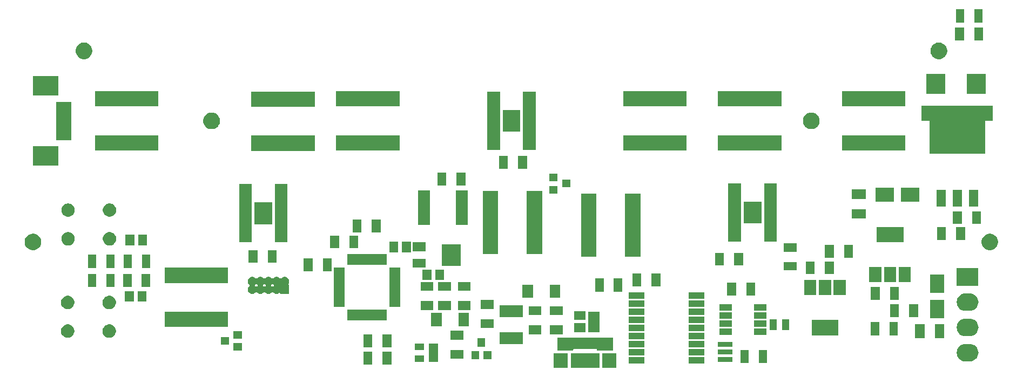
<source format=gbs>
G04 #@! TF.GenerationSoftware,KiCad,Pcbnew,(5.0.2)-1*
G04 #@! TF.CreationDate,2019-04-28T17:40:44-04:00*
G04 #@! TF.ProjectId,FSAE Main Panel,46534145-204d-4616-996e-2050616e656c,rev?*
G04 #@! TF.SameCoordinates,Original*
G04 #@! TF.FileFunction,Soldermask,Bot*
G04 #@! TF.FilePolarity,Negative*
%FSLAX46Y46*%
G04 Gerber Fmt 4.6, Leading zero omitted, Abs format (unit mm)*
G04 Created by KiCad (PCBNEW (5.0.2)-1) date 4/28/2019 5:40:44 PM*
%MOMM*%
%LPD*%
G01*
G04 APERTURE LIST*
%ADD10C,0.100000*%
G04 APERTURE END LIST*
D10*
G36*
X178950000Y-87750000D02*
X176750000Y-87750000D01*
X176750000Y-85450000D01*
X178950000Y-85450000D01*
X178950000Y-87750000D01*
X178950000Y-87750000D01*
G37*
G36*
X176300000Y-87750000D02*
X171800000Y-87750000D01*
X171800000Y-85450000D01*
X176300000Y-85450000D01*
X176300000Y-87750000D01*
X176300000Y-87750000D01*
G37*
G36*
X171350000Y-87750000D02*
X169150000Y-87750000D01*
X169150000Y-85450000D01*
X171350000Y-85450000D01*
X171350000Y-87750000D01*
X171350000Y-87750000D01*
G37*
G36*
X140700000Y-87250000D02*
X139300000Y-87250000D01*
X139300000Y-85250000D01*
X140700000Y-85250000D01*
X140700000Y-87250000D01*
X140700000Y-87250000D01*
G37*
G36*
X143700000Y-87250000D02*
X142300000Y-87250000D01*
X142300000Y-85250000D01*
X143700000Y-85250000D01*
X143700000Y-87250000D01*
X143700000Y-87250000D01*
G37*
G36*
X183300000Y-87098511D02*
X180900000Y-87098511D01*
X180900000Y-86098511D01*
X183300000Y-86098511D01*
X183300000Y-87098511D01*
X183300000Y-87098511D01*
G37*
G36*
X192700000Y-87098511D02*
X190300000Y-87098511D01*
X190300000Y-86098511D01*
X192700000Y-86098511D01*
X192700000Y-87098511D01*
X192700000Y-87098511D01*
G37*
G36*
X202600000Y-87050000D02*
X201300000Y-87050000D01*
X201300000Y-84950000D01*
X202600000Y-84950000D01*
X202600000Y-87050000D01*
X202600000Y-87050000D01*
G37*
G36*
X199700000Y-87050000D02*
X198400000Y-87050000D01*
X198400000Y-84950000D01*
X199700000Y-84950000D01*
X199700000Y-87050000D01*
X199700000Y-87050000D01*
G37*
G36*
X148830000Y-86875000D02*
X147370000Y-86875000D01*
X147370000Y-85825000D01*
X148830000Y-85825000D01*
X148830000Y-86875000D01*
X148830000Y-86875000D01*
G37*
G36*
X151030000Y-86875000D02*
X149570000Y-86875000D01*
X149570000Y-83925000D01*
X151030000Y-83925000D01*
X151030000Y-86875000D01*
X151030000Y-86875000D01*
G37*
G36*
X197176517Y-86867399D02*
X194876517Y-86867399D01*
X194876517Y-86067399D01*
X197176517Y-86067399D01*
X197176517Y-86867399D01*
X197176517Y-86867399D01*
G37*
G36*
X234594547Y-84024895D02*
X234853736Y-84103519D01*
X235092605Y-84231198D01*
X235301976Y-84403024D01*
X235473802Y-84612395D01*
X235601481Y-84851264D01*
X235680105Y-85110453D01*
X235706653Y-85380000D01*
X235680105Y-85649547D01*
X235601481Y-85908736D01*
X235473802Y-86147605D01*
X235301976Y-86356976D01*
X235092605Y-86528802D01*
X234853736Y-86656481D01*
X234594547Y-86735105D01*
X234392549Y-86755000D01*
X233607451Y-86755000D01*
X233405453Y-86735105D01*
X233146264Y-86656481D01*
X232907395Y-86528802D01*
X232698024Y-86356976D01*
X232526198Y-86147605D01*
X232398519Y-85908736D01*
X232319895Y-85649547D01*
X232293347Y-85380000D01*
X232319895Y-85110453D01*
X232398519Y-84851264D01*
X232526198Y-84612395D01*
X232698024Y-84403024D01*
X232907395Y-84231198D01*
X233146264Y-84103519D01*
X233405453Y-84024895D01*
X233607451Y-84005000D01*
X234392549Y-84005000D01*
X234594547Y-84024895D01*
X234594547Y-84024895D01*
G37*
G36*
X159350000Y-86450000D02*
X158150000Y-86450000D01*
X158150000Y-85150000D01*
X159350000Y-85150000D01*
X159350000Y-86450000D01*
X159350000Y-86450000D01*
G37*
G36*
X157450000Y-86450000D02*
X156250000Y-86450000D01*
X156250000Y-85150000D01*
X157450000Y-85150000D01*
X157450000Y-86450000D01*
X157450000Y-86450000D01*
G37*
G36*
X154950000Y-86350000D02*
X152950000Y-86350000D01*
X152950000Y-84950000D01*
X154950000Y-84950000D01*
X154950000Y-86350000D01*
X154950000Y-86350000D01*
G37*
G36*
X192700000Y-85828511D02*
X190300000Y-85828511D01*
X190300000Y-84828511D01*
X192700000Y-84828511D01*
X192700000Y-85828511D01*
X192700000Y-85828511D01*
G37*
G36*
X183300000Y-85828511D02*
X180900000Y-85828511D01*
X180900000Y-84828511D01*
X183300000Y-84828511D01*
X183300000Y-85828511D01*
X183300000Y-85828511D01*
G37*
G36*
X197176517Y-85667399D02*
X194876517Y-85667399D01*
X194876517Y-84867399D01*
X197176517Y-84867399D01*
X197176517Y-85667399D01*
X197176517Y-85667399D01*
G37*
G36*
X120250000Y-85100000D02*
X118950000Y-85100000D01*
X118950000Y-83900000D01*
X120250000Y-83900000D01*
X120250000Y-85100000D01*
X120250000Y-85100000D01*
G37*
G36*
X178400000Y-85050000D02*
X175900000Y-85050000D01*
X175900000Y-84925000D01*
X175897598Y-84900614D01*
X175890485Y-84877165D01*
X175878934Y-84855554D01*
X175863388Y-84836612D01*
X175844446Y-84821066D01*
X175822835Y-84809515D01*
X175799386Y-84802402D01*
X175775000Y-84800000D01*
X172325000Y-84800000D01*
X172300614Y-84802402D01*
X172277165Y-84809515D01*
X172255554Y-84821066D01*
X172236612Y-84836612D01*
X172221066Y-84855554D01*
X172209515Y-84877165D01*
X172202402Y-84900614D01*
X172200000Y-84925000D01*
X172200000Y-85050000D01*
X169700000Y-85050000D01*
X169700000Y-83050000D01*
X178400000Y-83050000D01*
X178400000Y-85050000D01*
X178400000Y-85050000D01*
G37*
G36*
X148830000Y-84975000D02*
X147370000Y-84975000D01*
X147370000Y-83925000D01*
X148830000Y-83925000D01*
X148830000Y-84975000D01*
X148830000Y-84975000D01*
G37*
G36*
X183300000Y-84558511D02*
X180900000Y-84558511D01*
X180900000Y-83558511D01*
X183300000Y-83558511D01*
X183300000Y-84558511D01*
X183300000Y-84558511D01*
G37*
G36*
X192700000Y-84558511D02*
X190300000Y-84558511D01*
X190300000Y-83558511D01*
X192700000Y-83558511D01*
X192700000Y-84558511D01*
X192700000Y-84558511D01*
G37*
G36*
X140700000Y-84550000D02*
X139300000Y-84550000D01*
X139300000Y-82550000D01*
X140700000Y-82550000D01*
X140700000Y-84550000D01*
X140700000Y-84550000D01*
G37*
G36*
X143700000Y-84550000D02*
X142300000Y-84550000D01*
X142300000Y-82550000D01*
X143700000Y-82550000D01*
X143700000Y-84550000D01*
X143700000Y-84550000D01*
G37*
G36*
X197176517Y-84467399D02*
X194876517Y-84467399D01*
X194876517Y-83667399D01*
X197176517Y-83667399D01*
X197176517Y-84467399D01*
X197176517Y-84467399D01*
G37*
G36*
X158400000Y-84450000D02*
X157200000Y-84450000D01*
X157200000Y-83150000D01*
X158400000Y-83150000D01*
X158400000Y-84450000D01*
X158400000Y-84450000D01*
G37*
G36*
X118250000Y-84150000D02*
X116950000Y-84150000D01*
X116950000Y-82950000D01*
X118250000Y-82950000D01*
X118250000Y-84150000D01*
X118250000Y-84150000D01*
G37*
G36*
X164250000Y-84050000D02*
X160650000Y-84050000D01*
X160650000Y-82150000D01*
X164250000Y-82150000D01*
X164250000Y-84050000D01*
X164250000Y-84050000D01*
G37*
G36*
X154950000Y-83350000D02*
X152950000Y-83350000D01*
X152950000Y-81950000D01*
X154950000Y-81950000D01*
X154950000Y-83350000D01*
X154950000Y-83350000D01*
G37*
G36*
X192700000Y-83288511D02*
X190300000Y-83288511D01*
X190300000Y-82288511D01*
X192700000Y-82288511D01*
X192700000Y-83288511D01*
X192700000Y-83288511D01*
G37*
G36*
X183300000Y-83288511D02*
X180900000Y-83288511D01*
X180900000Y-82288511D01*
X183300000Y-82288511D01*
X183300000Y-83288511D01*
X183300000Y-83288511D01*
G37*
G36*
X120250000Y-83200000D02*
X118950000Y-83200000D01*
X118950000Y-82000000D01*
X120250000Y-82000000D01*
X120250000Y-83200000D01*
X120250000Y-83200000D01*
G37*
G36*
X227250000Y-83100000D02*
X225750000Y-83100000D01*
X225750000Y-80900000D01*
X227250000Y-80900000D01*
X227250000Y-83100000D01*
X227250000Y-83100000D01*
G37*
G36*
X230350000Y-83100000D02*
X228850000Y-83100000D01*
X228850000Y-80900000D01*
X230350000Y-80900000D01*
X230350000Y-83100000D01*
X230350000Y-83100000D01*
G37*
G36*
X93075888Y-80954470D02*
X93256274Y-80990350D01*
X93447362Y-81069502D01*
X93619336Y-81184411D01*
X93765589Y-81330664D01*
X93880498Y-81502638D01*
X93959650Y-81693726D01*
X94000000Y-81896584D01*
X94000000Y-82103416D01*
X93959650Y-82306274D01*
X93880498Y-82497362D01*
X93765589Y-82669336D01*
X93619336Y-82815589D01*
X93447362Y-82930498D01*
X93256274Y-83009650D01*
X93075888Y-83045530D01*
X93053417Y-83050000D01*
X92846583Y-83050000D01*
X92824112Y-83045530D01*
X92643726Y-83009650D01*
X92452638Y-82930498D01*
X92280664Y-82815589D01*
X92134411Y-82669336D01*
X92019502Y-82497362D01*
X91940350Y-82306274D01*
X91900000Y-82103416D01*
X91900000Y-81896584D01*
X91940350Y-81693726D01*
X92019502Y-81502638D01*
X92134411Y-81330664D01*
X92280664Y-81184411D01*
X92452638Y-81069502D01*
X92643726Y-80990350D01*
X92824112Y-80954470D01*
X92846583Y-80950000D01*
X93053417Y-80950000D01*
X93075888Y-80954470D01*
X93075888Y-80954470D01*
G37*
G36*
X99575888Y-80954470D02*
X99756274Y-80990350D01*
X99947362Y-81069502D01*
X100119336Y-81184411D01*
X100265589Y-81330664D01*
X100380498Y-81502638D01*
X100459650Y-81693726D01*
X100500000Y-81896584D01*
X100500000Y-82103416D01*
X100459650Y-82306274D01*
X100380498Y-82497362D01*
X100265589Y-82669336D01*
X100119336Y-82815589D01*
X99947362Y-82930498D01*
X99756274Y-83009650D01*
X99575888Y-83045530D01*
X99553417Y-83050000D01*
X99346583Y-83050000D01*
X99324112Y-83045530D01*
X99143726Y-83009650D01*
X98952638Y-82930498D01*
X98780664Y-82815589D01*
X98634411Y-82669336D01*
X98519502Y-82497362D01*
X98440350Y-82306274D01*
X98400000Y-82103416D01*
X98400000Y-81896584D01*
X98440350Y-81693726D01*
X98519502Y-81502638D01*
X98634411Y-81330664D01*
X98780664Y-81184411D01*
X98952638Y-81069502D01*
X99143726Y-80990350D01*
X99324112Y-80954470D01*
X99346583Y-80950000D01*
X99553417Y-80950000D01*
X99575888Y-80954470D01*
X99575888Y-80954470D01*
G37*
G36*
X234594547Y-80064895D02*
X234853736Y-80143519D01*
X235092605Y-80271198D01*
X235301976Y-80443024D01*
X235473802Y-80652395D01*
X235601481Y-80891264D01*
X235680105Y-81150453D01*
X235706653Y-81420000D01*
X235680105Y-81689547D01*
X235601481Y-81948736D01*
X235473802Y-82187605D01*
X235301976Y-82396976D01*
X235092605Y-82568802D01*
X234853736Y-82696481D01*
X234594547Y-82775105D01*
X234392549Y-82795000D01*
X233607451Y-82795000D01*
X233405453Y-82775105D01*
X233146264Y-82696481D01*
X232907395Y-82568802D01*
X232698024Y-82396976D01*
X232526198Y-82187605D01*
X232398519Y-81948736D01*
X232319895Y-81689547D01*
X232293347Y-81420000D01*
X232319895Y-81150453D01*
X232398519Y-80891264D01*
X232526198Y-80652395D01*
X232698024Y-80443024D01*
X232907395Y-80271198D01*
X233146264Y-80143519D01*
X233405453Y-80064895D01*
X233607451Y-80045000D01*
X234392549Y-80045000D01*
X234594547Y-80064895D01*
X234594547Y-80064895D01*
G37*
G36*
X220150000Y-82650000D02*
X218850000Y-82650000D01*
X218850000Y-80550000D01*
X220150000Y-80550000D01*
X220150000Y-82650000D01*
X220150000Y-82650000D01*
G37*
G36*
X223050000Y-82650000D02*
X221750000Y-82650000D01*
X221750000Y-80550000D01*
X223050000Y-80550000D01*
X223050000Y-82650000D01*
X223050000Y-82650000D01*
G37*
G36*
X213750000Y-82650000D02*
X209550000Y-82650000D01*
X209550000Y-80250000D01*
X213750000Y-80250000D01*
X213750000Y-82650000D01*
X213750000Y-82650000D01*
G37*
G36*
X202475000Y-82605000D02*
X200525000Y-82605000D01*
X200525000Y-81605000D01*
X202475000Y-81605000D01*
X202475000Y-82605000D01*
X202475000Y-82605000D01*
G37*
G36*
X197075000Y-82605000D02*
X195125000Y-82605000D01*
X195125000Y-81605000D01*
X197075000Y-81605000D01*
X197075000Y-82605000D01*
X197075000Y-82605000D01*
G37*
G36*
X167200000Y-82500000D02*
X165200000Y-82500000D01*
X165200000Y-81100000D01*
X167200000Y-81100000D01*
X167200000Y-82500000D01*
X167200000Y-82500000D01*
G37*
G36*
X170550000Y-82500000D02*
X168550000Y-82500000D01*
X168550000Y-81100000D01*
X170550000Y-81100000D01*
X170550000Y-82500000D01*
X170550000Y-82500000D01*
G37*
G36*
X176350000Y-82150000D02*
X174550000Y-82150000D01*
X174550000Y-78930000D01*
X176350000Y-78930000D01*
X176350000Y-82150000D01*
X176350000Y-82150000D01*
G37*
G36*
X174150000Y-82150000D02*
X172350000Y-82150000D01*
X172350000Y-80750000D01*
X174150000Y-80750000D01*
X174150000Y-82150000D01*
X174150000Y-82150000D01*
G37*
G36*
X192700000Y-82018511D02*
X190300000Y-82018511D01*
X190300000Y-81018511D01*
X192700000Y-81018511D01*
X192700000Y-82018511D01*
X192700000Y-82018511D01*
G37*
G36*
X183300000Y-82018511D02*
X180900000Y-82018511D01*
X180900000Y-81018511D01*
X183300000Y-81018511D01*
X183300000Y-82018511D01*
X183300000Y-82018511D01*
G37*
G36*
X206000000Y-81850000D02*
X204900000Y-81850000D01*
X204900000Y-80150000D01*
X206000000Y-80150000D01*
X206000000Y-81850000D01*
X206000000Y-81850000D01*
G37*
G36*
X204100000Y-81850000D02*
X203000000Y-81850000D01*
X203000000Y-80150000D01*
X204100000Y-80150000D01*
X204100000Y-81850000D01*
X204100000Y-81850000D01*
G37*
G36*
X159675000Y-81525000D02*
X157675000Y-81525000D01*
X157675000Y-80125000D01*
X159675000Y-80125000D01*
X159675000Y-81525000D01*
X159675000Y-81525000D01*
G37*
G36*
X118065000Y-81350000D02*
X108135000Y-81350000D01*
X108135000Y-78950000D01*
X118065000Y-78950000D01*
X118065000Y-81350000D01*
X118065000Y-81350000D01*
G37*
G36*
X197075000Y-81335000D02*
X195125000Y-81335000D01*
X195125000Y-80335000D01*
X197075000Y-80335000D01*
X197075000Y-81335000D01*
X197075000Y-81335000D01*
G37*
G36*
X202475000Y-81335000D02*
X200525000Y-81335000D01*
X200525000Y-80335000D01*
X202475000Y-80335000D01*
X202475000Y-81335000D01*
X202475000Y-81335000D01*
G37*
G36*
X155830000Y-81225000D02*
X154180000Y-81225000D01*
X154180000Y-79125000D01*
X155830000Y-79125000D01*
X155830000Y-81225000D01*
X155830000Y-81225000D01*
G37*
G36*
X151570000Y-81225000D02*
X149920000Y-81225000D01*
X149920000Y-79125000D01*
X151570000Y-79125000D01*
X151570000Y-81225000D01*
X151570000Y-81225000D01*
G37*
G36*
X192700000Y-80748511D02*
X190300000Y-80748511D01*
X190300000Y-79748511D01*
X192700000Y-79748511D01*
X192700000Y-80748511D01*
X192700000Y-80748511D01*
G37*
G36*
X183300000Y-80748511D02*
X180900000Y-80748511D01*
X180900000Y-79748511D01*
X183300000Y-79748511D01*
X183300000Y-80748511D01*
X183300000Y-80748511D01*
G37*
G36*
X142925000Y-80300000D02*
X136775000Y-80300000D01*
X136775000Y-78600000D01*
X142925000Y-78600000D01*
X142925000Y-80300000D01*
X142925000Y-80300000D01*
G37*
G36*
X174150000Y-80250000D02*
X172350000Y-80250000D01*
X172350000Y-78850000D01*
X174150000Y-78850000D01*
X174150000Y-80250000D01*
X174150000Y-80250000D01*
G37*
G36*
X202475000Y-80065000D02*
X200525000Y-80065000D01*
X200525000Y-79065000D01*
X202475000Y-79065000D01*
X202475000Y-80065000D01*
X202475000Y-80065000D01*
G37*
G36*
X197075000Y-80065000D02*
X195125000Y-80065000D01*
X195125000Y-79065000D01*
X197075000Y-79065000D01*
X197075000Y-80065000D01*
X197075000Y-80065000D01*
G37*
G36*
X230350000Y-80000000D02*
X228150000Y-80000000D01*
X228150000Y-77100000D01*
X230350000Y-77100000D01*
X230350000Y-80000000D01*
X230350000Y-80000000D01*
G37*
G36*
X164250000Y-79850000D02*
X160650000Y-79850000D01*
X160650000Y-77950000D01*
X164250000Y-77950000D01*
X164250000Y-79850000D01*
X164250000Y-79850000D01*
G37*
G36*
X223250000Y-79800000D02*
X221850000Y-79800000D01*
X221850000Y-77800000D01*
X223250000Y-77800000D01*
X223250000Y-79800000D01*
X223250000Y-79800000D01*
G37*
G36*
X226250000Y-79800000D02*
X224850000Y-79800000D01*
X224850000Y-77800000D01*
X226250000Y-77800000D01*
X226250000Y-79800000D01*
X226250000Y-79800000D01*
G37*
G36*
X167200000Y-79500000D02*
X165200000Y-79500000D01*
X165200000Y-78100000D01*
X167200000Y-78100000D01*
X167200000Y-79500000D01*
X167200000Y-79500000D01*
G37*
G36*
X170550000Y-79500000D02*
X168550000Y-79500000D01*
X168550000Y-78100000D01*
X170550000Y-78100000D01*
X170550000Y-79500000D01*
X170550000Y-79500000D01*
G37*
G36*
X192700000Y-79478511D02*
X190300000Y-79478511D01*
X190300000Y-78478511D01*
X192700000Y-78478511D01*
X192700000Y-79478511D01*
X192700000Y-79478511D01*
G37*
G36*
X183300000Y-79478511D02*
X180900000Y-79478511D01*
X180900000Y-78478511D01*
X183300000Y-78478511D01*
X183300000Y-79478511D01*
X183300000Y-79478511D01*
G37*
G36*
X234594547Y-76104895D02*
X234853736Y-76183519D01*
X235092605Y-76311198D01*
X235301976Y-76483024D01*
X235473802Y-76692395D01*
X235601481Y-76931264D01*
X235680105Y-77190453D01*
X235706653Y-77460000D01*
X235680105Y-77729547D01*
X235601481Y-77988736D01*
X235473802Y-78227605D01*
X235301976Y-78436976D01*
X235092605Y-78608802D01*
X234853736Y-78736481D01*
X234594547Y-78815105D01*
X234392549Y-78835000D01*
X233607451Y-78835000D01*
X233405453Y-78815105D01*
X233146264Y-78736481D01*
X232907395Y-78608802D01*
X232698024Y-78436976D01*
X232526198Y-78227605D01*
X232398519Y-77988736D01*
X232319895Y-77729547D01*
X232293347Y-77460000D01*
X232319895Y-77190453D01*
X232398519Y-76931264D01*
X232526198Y-76692395D01*
X232698024Y-76483024D01*
X232907395Y-76311198D01*
X233146264Y-76183519D01*
X233405453Y-76104895D01*
X233607451Y-76085000D01*
X234392549Y-76085000D01*
X234594547Y-76104895D01*
X234594547Y-76104895D01*
G37*
G36*
X197075000Y-78795000D02*
X195125000Y-78795000D01*
X195125000Y-77795000D01*
X197075000Y-77795000D01*
X197075000Y-78795000D01*
X197075000Y-78795000D01*
G37*
G36*
X202475000Y-78795000D02*
X200525000Y-78795000D01*
X200525000Y-77795000D01*
X202475000Y-77795000D01*
X202475000Y-78795000D01*
X202475000Y-78795000D01*
G37*
G36*
X156100000Y-78700000D02*
X154100000Y-78700000D01*
X154100000Y-77300000D01*
X156100000Y-77300000D01*
X156100000Y-78700000D01*
X156100000Y-78700000D01*
G37*
G36*
X153000000Y-78675000D02*
X151000000Y-78675000D01*
X151000000Y-77275000D01*
X153000000Y-77275000D01*
X153000000Y-78675000D01*
X153000000Y-78675000D01*
G37*
G36*
X150250000Y-78675000D02*
X148250000Y-78675000D01*
X148250000Y-77275000D01*
X150250000Y-77275000D01*
X150250000Y-78675000D01*
X150250000Y-78675000D01*
G37*
G36*
X93075888Y-76454470D02*
X93256274Y-76490350D01*
X93447362Y-76569502D01*
X93619336Y-76684411D01*
X93765589Y-76830664D01*
X93880498Y-77002638D01*
X93959650Y-77193726D01*
X94000000Y-77396584D01*
X94000000Y-77603416D01*
X93959650Y-77806274D01*
X93880498Y-77997362D01*
X93765589Y-78169336D01*
X93619336Y-78315589D01*
X93447362Y-78430498D01*
X93256274Y-78509650D01*
X93075888Y-78545530D01*
X93053417Y-78550000D01*
X92846583Y-78550000D01*
X92824112Y-78545530D01*
X92643726Y-78509650D01*
X92452638Y-78430498D01*
X92280664Y-78315589D01*
X92134411Y-78169336D01*
X92019502Y-77997362D01*
X91940350Y-77806274D01*
X91900000Y-77603416D01*
X91900000Y-77396584D01*
X91940350Y-77193726D01*
X92019502Y-77002638D01*
X92134411Y-76830664D01*
X92280664Y-76684411D01*
X92452638Y-76569502D01*
X92643726Y-76490350D01*
X92824112Y-76454470D01*
X92846583Y-76450000D01*
X93053417Y-76450000D01*
X93075888Y-76454470D01*
X93075888Y-76454470D01*
G37*
G36*
X99575888Y-76454470D02*
X99756274Y-76490350D01*
X99947362Y-76569502D01*
X100119336Y-76684411D01*
X100265589Y-76830664D01*
X100380498Y-77002638D01*
X100459650Y-77193726D01*
X100500000Y-77396584D01*
X100500000Y-77603416D01*
X100459650Y-77806274D01*
X100380498Y-77997362D01*
X100265589Y-78169336D01*
X100119336Y-78315589D01*
X99947362Y-78430498D01*
X99756274Y-78509650D01*
X99575888Y-78545530D01*
X99553417Y-78550000D01*
X99346583Y-78550000D01*
X99324112Y-78545530D01*
X99143726Y-78509650D01*
X98952638Y-78430498D01*
X98780664Y-78315589D01*
X98634411Y-78169336D01*
X98519502Y-77997362D01*
X98440350Y-77806274D01*
X98400000Y-77603416D01*
X98400000Y-77396584D01*
X98440350Y-77193726D01*
X98519502Y-77002638D01*
X98634411Y-76830664D01*
X98780664Y-76684411D01*
X98952638Y-76569502D01*
X99143726Y-76490350D01*
X99324112Y-76454470D01*
X99346583Y-76450000D01*
X99553417Y-76450000D01*
X99575888Y-76454470D01*
X99575888Y-76454470D01*
G37*
G36*
X159675000Y-78525000D02*
X157675000Y-78525000D01*
X157675000Y-77125000D01*
X159675000Y-77125000D01*
X159675000Y-78525000D01*
X159675000Y-78525000D01*
G37*
G36*
X183300000Y-78208511D02*
X180900000Y-78208511D01*
X180900000Y-77208511D01*
X183300000Y-77208511D01*
X183300000Y-78208511D01*
X183300000Y-78208511D01*
G37*
G36*
X192700000Y-78208511D02*
X190300000Y-78208511D01*
X190300000Y-77208511D01*
X192700000Y-77208511D01*
X192700000Y-78208511D01*
X192700000Y-78208511D01*
G37*
G36*
X136350000Y-78175000D02*
X134650000Y-78175000D01*
X134650000Y-72025000D01*
X136350000Y-72025000D01*
X136350000Y-78175000D01*
X136350000Y-78175000D01*
G37*
G36*
X145050000Y-78175000D02*
X143350000Y-78175000D01*
X143350000Y-72025000D01*
X145050000Y-72025000D01*
X145050000Y-78175000D01*
X145050000Y-78175000D01*
G37*
G36*
X105300000Y-77375000D02*
X103900000Y-77375000D01*
X103900000Y-75725000D01*
X105300000Y-75725000D01*
X105300000Y-77375000D01*
X105300000Y-77375000D01*
G37*
G36*
X103300000Y-77375000D02*
X101900000Y-77375000D01*
X101900000Y-75725000D01*
X103300000Y-75725000D01*
X103300000Y-77375000D01*
X103300000Y-77375000D01*
G37*
G36*
X223250000Y-77100000D02*
X221850000Y-77100000D01*
X221850000Y-75100000D01*
X223250000Y-75100000D01*
X223250000Y-77100000D01*
X223250000Y-77100000D01*
G37*
G36*
X220250000Y-77100000D02*
X218850000Y-77100000D01*
X218850000Y-75100000D01*
X220250000Y-75100000D01*
X220250000Y-77100000D01*
X220250000Y-77100000D01*
G37*
G36*
X183300000Y-76938511D02*
X180900000Y-76938511D01*
X180900000Y-75938511D01*
X183300000Y-75938511D01*
X183300000Y-76938511D01*
X183300000Y-76938511D01*
G37*
G36*
X192700000Y-76938511D02*
X190300000Y-76938511D01*
X190300000Y-75938511D01*
X192700000Y-75938511D01*
X192700000Y-76938511D01*
X192700000Y-76938511D01*
G37*
G36*
X170155000Y-76800000D02*
X168505000Y-76800000D01*
X168505000Y-74700000D01*
X170155000Y-74700000D01*
X170155000Y-76800000D01*
X170155000Y-76800000D01*
G37*
G36*
X165895000Y-76800000D02*
X164245000Y-76800000D01*
X164245000Y-74700000D01*
X165895000Y-74700000D01*
X165895000Y-76800000D01*
X165895000Y-76800000D01*
G37*
G36*
X197700000Y-76400000D02*
X196300000Y-76400000D01*
X196300000Y-74400000D01*
X197700000Y-74400000D01*
X197700000Y-76400000D01*
X197700000Y-76400000D01*
G37*
G36*
X200700000Y-76400000D02*
X199300000Y-76400000D01*
X199300000Y-74400000D01*
X200700000Y-74400000D01*
X200700000Y-76400000D01*
X200700000Y-76400000D01*
G37*
G36*
X214900000Y-76350000D02*
X213000000Y-76350000D01*
X213000000Y-73950000D01*
X214900000Y-73950000D01*
X214900000Y-76350000D01*
X214900000Y-76350000D01*
G37*
G36*
X212600000Y-76350000D02*
X210700000Y-76350000D01*
X210700000Y-73950000D01*
X212600000Y-73950000D01*
X212600000Y-76350000D01*
X212600000Y-76350000D01*
G37*
G36*
X210300000Y-76350000D02*
X208400000Y-76350000D01*
X208400000Y-73950000D01*
X210300000Y-73950000D01*
X210300000Y-76350000D01*
X210300000Y-76350000D01*
G37*
G36*
X122007224Y-73490128D02*
X122139175Y-73530155D01*
X122260781Y-73595155D01*
X122367370Y-73682630D01*
X122408380Y-73732601D01*
X122425701Y-73749922D01*
X122446076Y-73763536D01*
X122468715Y-73772914D01*
X122492748Y-73777694D01*
X122517252Y-73777694D01*
X122541286Y-73772913D01*
X122563925Y-73763536D01*
X122584299Y-73749922D01*
X122601620Y-73732601D01*
X122642630Y-73682630D01*
X122749219Y-73595155D01*
X122870825Y-73530155D01*
X123002776Y-73490128D01*
X123105610Y-73480000D01*
X123174390Y-73480000D01*
X123277224Y-73490128D01*
X123409175Y-73530155D01*
X123530781Y-73595155D01*
X123637370Y-73682630D01*
X123678380Y-73732601D01*
X123695701Y-73749922D01*
X123716076Y-73763536D01*
X123738715Y-73772914D01*
X123762748Y-73777694D01*
X123787252Y-73777694D01*
X123811286Y-73772913D01*
X123833925Y-73763536D01*
X123854299Y-73749922D01*
X123871620Y-73732601D01*
X123912630Y-73682630D01*
X124019219Y-73595155D01*
X124140825Y-73530155D01*
X124272776Y-73490128D01*
X124375610Y-73480000D01*
X124444390Y-73480000D01*
X124547224Y-73490128D01*
X124679175Y-73530155D01*
X124800781Y-73595155D01*
X124907370Y-73682630D01*
X124948380Y-73732601D01*
X124965701Y-73749922D01*
X124986076Y-73763536D01*
X125008715Y-73772914D01*
X125032748Y-73777694D01*
X125057252Y-73777694D01*
X125081286Y-73772913D01*
X125103925Y-73763536D01*
X125124299Y-73749922D01*
X125141620Y-73732601D01*
X125182630Y-73682630D01*
X125289219Y-73595155D01*
X125410825Y-73530155D01*
X125542776Y-73490128D01*
X125645610Y-73480000D01*
X125714390Y-73480000D01*
X125817224Y-73490128D01*
X125949175Y-73530155D01*
X126070781Y-73595155D01*
X126177370Y-73682630D01*
X126218380Y-73732601D01*
X126235701Y-73749922D01*
X126256076Y-73763536D01*
X126278715Y-73772914D01*
X126302748Y-73777694D01*
X126327252Y-73777694D01*
X126351286Y-73772913D01*
X126373925Y-73763536D01*
X126394299Y-73749922D01*
X126411620Y-73732601D01*
X126452630Y-73682630D01*
X126559219Y-73595155D01*
X126680825Y-73530155D01*
X126812776Y-73490128D01*
X126915610Y-73480000D01*
X126984390Y-73480000D01*
X127087224Y-73490128D01*
X127219175Y-73530155D01*
X127340781Y-73595155D01*
X127447370Y-73682630D01*
X127534845Y-73789219D01*
X127599845Y-73910825D01*
X127639872Y-74042776D01*
X127653387Y-74180000D01*
X127639872Y-74317224D01*
X127599845Y-74449175D01*
X127551491Y-74539639D01*
X127537360Y-74566076D01*
X127527982Y-74588715D01*
X127523202Y-74612748D01*
X127523202Y-74637253D01*
X127527983Y-74661286D01*
X127537360Y-74683925D01*
X127550974Y-74704300D01*
X127568301Y-74721627D01*
X127588676Y-74735240D01*
X127611315Y-74744618D01*
X127647600Y-74750000D01*
X127650000Y-74750000D01*
X127650000Y-76150000D01*
X126250000Y-76150000D01*
X126250000Y-76147600D01*
X126247598Y-76123214D01*
X126240485Y-76099765D01*
X126228934Y-76078154D01*
X126213388Y-76059212D01*
X126194446Y-76043666D01*
X126172835Y-76032115D01*
X126149386Y-76025002D01*
X126125000Y-76022600D01*
X126100614Y-76025002D01*
X126066075Y-76037360D01*
X125949175Y-76099845D01*
X125817224Y-76139872D01*
X125714390Y-76150000D01*
X125645610Y-76150000D01*
X125542776Y-76139872D01*
X125410825Y-76099845D01*
X125289219Y-76034845D01*
X125182630Y-75947370D01*
X125141620Y-75897399D01*
X125124299Y-75880078D01*
X125103924Y-75866464D01*
X125081285Y-75857086D01*
X125057252Y-75852306D01*
X125032748Y-75852306D01*
X125008714Y-75857087D01*
X124986075Y-75866464D01*
X124965701Y-75880078D01*
X124948380Y-75897399D01*
X124907370Y-75947370D01*
X124800781Y-76034845D01*
X124679175Y-76099845D01*
X124547224Y-76139872D01*
X124444390Y-76150000D01*
X124375610Y-76150000D01*
X124272776Y-76139872D01*
X124140825Y-76099845D01*
X124019219Y-76034845D01*
X123912630Y-75947370D01*
X123871620Y-75897399D01*
X123854299Y-75880078D01*
X123833924Y-75866464D01*
X123811285Y-75857086D01*
X123787252Y-75852306D01*
X123762748Y-75852306D01*
X123738714Y-75857087D01*
X123716075Y-75866464D01*
X123695701Y-75880078D01*
X123678380Y-75897399D01*
X123637370Y-75947370D01*
X123530781Y-76034845D01*
X123409175Y-76099845D01*
X123277224Y-76139872D01*
X123174390Y-76150000D01*
X123105610Y-76150000D01*
X123002776Y-76139872D01*
X122870825Y-76099845D01*
X122749219Y-76034845D01*
X122642630Y-75947370D01*
X122601620Y-75897399D01*
X122584299Y-75880078D01*
X122563924Y-75866464D01*
X122541285Y-75857086D01*
X122517252Y-75852306D01*
X122492748Y-75852306D01*
X122468714Y-75857087D01*
X122446075Y-75866464D01*
X122425701Y-75880078D01*
X122408380Y-75897399D01*
X122367370Y-75947370D01*
X122260781Y-76034845D01*
X122139175Y-76099845D01*
X122007224Y-76139872D01*
X121904390Y-76150000D01*
X121835610Y-76150000D01*
X121732776Y-76139872D01*
X121600825Y-76099845D01*
X121479219Y-76034845D01*
X121372630Y-75947370D01*
X121285155Y-75840781D01*
X121220155Y-75719175D01*
X121180128Y-75587224D01*
X121166613Y-75450000D01*
X121180128Y-75312776D01*
X121220155Y-75180825D01*
X121285155Y-75059219D01*
X121372630Y-74952630D01*
X121422601Y-74911620D01*
X121439922Y-74894299D01*
X121453536Y-74873924D01*
X121462914Y-74851285D01*
X121467694Y-74827252D01*
X121467694Y-74802748D01*
X122272306Y-74802748D01*
X122272306Y-74827252D01*
X122277087Y-74851286D01*
X122286464Y-74873925D01*
X122300078Y-74894299D01*
X122317399Y-74911620D01*
X122367370Y-74952630D01*
X122408380Y-75002601D01*
X122425701Y-75019922D01*
X122446076Y-75033536D01*
X122468715Y-75042914D01*
X122492748Y-75047694D01*
X122517252Y-75047694D01*
X122541286Y-75042913D01*
X122563925Y-75033536D01*
X122584299Y-75019922D01*
X122601620Y-75002601D01*
X122642630Y-74952630D01*
X122692601Y-74911620D01*
X122709922Y-74894299D01*
X122723536Y-74873924D01*
X122732914Y-74851285D01*
X122737694Y-74827252D01*
X122737694Y-74802748D01*
X123542306Y-74802748D01*
X123542306Y-74827252D01*
X123547087Y-74851286D01*
X123556464Y-74873925D01*
X123570078Y-74894299D01*
X123587399Y-74911620D01*
X123637370Y-74952630D01*
X123678380Y-75002601D01*
X123695701Y-75019922D01*
X123716076Y-75033536D01*
X123738715Y-75042914D01*
X123762748Y-75047694D01*
X123787252Y-75047694D01*
X123811286Y-75042913D01*
X123833925Y-75033536D01*
X123854299Y-75019922D01*
X123871620Y-75002601D01*
X123912630Y-74952630D01*
X123962601Y-74911620D01*
X123979922Y-74894299D01*
X123993536Y-74873924D01*
X124002914Y-74851285D01*
X124007694Y-74827252D01*
X124007694Y-74802748D01*
X124812306Y-74802748D01*
X124812306Y-74827252D01*
X124817087Y-74851286D01*
X124826464Y-74873925D01*
X124840078Y-74894299D01*
X124857399Y-74911620D01*
X124907370Y-74952630D01*
X124948380Y-75002601D01*
X124965701Y-75019922D01*
X124986076Y-75033536D01*
X125008715Y-75042914D01*
X125032748Y-75047694D01*
X125057252Y-75047694D01*
X125081286Y-75042913D01*
X125103925Y-75033536D01*
X125124299Y-75019922D01*
X125141620Y-75002601D01*
X125182630Y-74952630D01*
X125232601Y-74911620D01*
X125249922Y-74894299D01*
X125263536Y-74873924D01*
X125272914Y-74851285D01*
X125277694Y-74827252D01*
X125277694Y-74802748D01*
X125272913Y-74778714D01*
X125263536Y-74756075D01*
X125249922Y-74735701D01*
X125232601Y-74718380D01*
X125182630Y-74677370D01*
X125141620Y-74627399D01*
X125124299Y-74610078D01*
X125103924Y-74596464D01*
X125081285Y-74587086D01*
X125057252Y-74582306D01*
X125032748Y-74582306D01*
X125008714Y-74587087D01*
X124986075Y-74596464D01*
X124965701Y-74610078D01*
X124948380Y-74627399D01*
X124907370Y-74677370D01*
X124857399Y-74718380D01*
X124840078Y-74735701D01*
X124826464Y-74756076D01*
X124817086Y-74778715D01*
X124812306Y-74802748D01*
X124007694Y-74802748D01*
X124002913Y-74778714D01*
X123993536Y-74756075D01*
X123979922Y-74735701D01*
X123962601Y-74718380D01*
X123912630Y-74677370D01*
X123871620Y-74627399D01*
X123854299Y-74610078D01*
X123833924Y-74596464D01*
X123811285Y-74587086D01*
X123787252Y-74582306D01*
X123762748Y-74582306D01*
X123738714Y-74587087D01*
X123716075Y-74596464D01*
X123695701Y-74610078D01*
X123678380Y-74627399D01*
X123637370Y-74677370D01*
X123587399Y-74718380D01*
X123570078Y-74735701D01*
X123556464Y-74756076D01*
X123547086Y-74778715D01*
X123542306Y-74802748D01*
X122737694Y-74802748D01*
X122732913Y-74778714D01*
X122723536Y-74756075D01*
X122709922Y-74735701D01*
X122692601Y-74718380D01*
X122642630Y-74677370D01*
X122601620Y-74627399D01*
X122584299Y-74610078D01*
X122563924Y-74596464D01*
X122541285Y-74587086D01*
X122517252Y-74582306D01*
X122492748Y-74582306D01*
X122468714Y-74587087D01*
X122446075Y-74596464D01*
X122425701Y-74610078D01*
X122408380Y-74627399D01*
X122367370Y-74677370D01*
X122317399Y-74718380D01*
X122300078Y-74735701D01*
X122286464Y-74756076D01*
X122277086Y-74778715D01*
X122272306Y-74802748D01*
X121467694Y-74802748D01*
X121462913Y-74778714D01*
X121453536Y-74756075D01*
X121439922Y-74735701D01*
X121422601Y-74718380D01*
X121372630Y-74677370D01*
X121285155Y-74570781D01*
X121220155Y-74449175D01*
X121180128Y-74317224D01*
X121166613Y-74180000D01*
X121180128Y-74042776D01*
X121220155Y-73910825D01*
X121285155Y-73789219D01*
X121372630Y-73682630D01*
X121479219Y-73595155D01*
X121600825Y-73530155D01*
X121732776Y-73490128D01*
X121835610Y-73480000D01*
X121904390Y-73480000D01*
X122007224Y-73490128D01*
X122007224Y-73490128D01*
G37*
G36*
X230350000Y-76000000D02*
X228150000Y-76000000D01*
X228150000Y-73100000D01*
X230350000Y-73100000D01*
X230350000Y-76000000D01*
X230350000Y-76000000D01*
G37*
G36*
X179850000Y-75800000D02*
X178550000Y-75800000D01*
X178550000Y-73700000D01*
X179850000Y-73700000D01*
X179850000Y-75800000D01*
X179850000Y-75800000D01*
G37*
G36*
X176950000Y-75800000D02*
X175650000Y-75800000D01*
X175650000Y-73700000D01*
X176950000Y-73700000D01*
X176950000Y-75800000D01*
X176950000Y-75800000D01*
G37*
G36*
X156100000Y-75700000D02*
X154100000Y-75700000D01*
X154100000Y-74300000D01*
X156100000Y-74300000D01*
X156100000Y-75700000D01*
X156100000Y-75700000D01*
G37*
G36*
X150250000Y-75675000D02*
X148250000Y-75675000D01*
X148250000Y-74275000D01*
X150250000Y-74275000D01*
X150250000Y-75675000D01*
X150250000Y-75675000D01*
G37*
G36*
X153000000Y-75675000D02*
X151000000Y-75675000D01*
X151000000Y-74275000D01*
X153000000Y-74275000D01*
X153000000Y-75675000D01*
X153000000Y-75675000D01*
G37*
G36*
X97400000Y-75100000D02*
X96100000Y-75100000D01*
X96100000Y-73000000D01*
X97400000Y-73000000D01*
X97400000Y-75100000D01*
X97400000Y-75100000D01*
G37*
G36*
X102950000Y-75100000D02*
X101650000Y-75100000D01*
X101650000Y-73000000D01*
X102950000Y-73000000D01*
X102950000Y-75100000D01*
X102950000Y-75100000D01*
G37*
G36*
X105850000Y-75100000D02*
X104550000Y-75100000D01*
X104550000Y-73000000D01*
X105850000Y-73000000D01*
X105850000Y-75100000D01*
X105850000Y-75100000D01*
G37*
G36*
X100300000Y-75100000D02*
X99000000Y-75100000D01*
X99000000Y-73000000D01*
X100300000Y-73000000D01*
X100300000Y-75100000D01*
X100300000Y-75100000D01*
G37*
G36*
X182850000Y-74950000D02*
X181450000Y-74950000D01*
X181450000Y-72950000D01*
X182850000Y-72950000D01*
X182850000Y-74950000D01*
X182850000Y-74950000D01*
G37*
G36*
X185850000Y-74950000D02*
X184450000Y-74950000D01*
X184450000Y-72950000D01*
X185850000Y-72950000D01*
X185850000Y-74950000D01*
X185850000Y-74950000D01*
G37*
G36*
X235700000Y-74875000D02*
X232300000Y-74875000D01*
X232300000Y-72125000D01*
X235700000Y-72125000D01*
X235700000Y-74875000D01*
X235700000Y-74875000D01*
G37*
G36*
X118065000Y-74450000D02*
X108135000Y-74450000D01*
X108135000Y-72050000D01*
X118065000Y-72050000D01*
X118065000Y-74450000D01*
X118065000Y-74450000D01*
G37*
G36*
X225100000Y-74350000D02*
X223200000Y-74350000D01*
X223200000Y-71950000D01*
X225100000Y-71950000D01*
X225100000Y-74350000D01*
X225100000Y-74350000D01*
G37*
G36*
X222800000Y-74350000D02*
X220900000Y-74350000D01*
X220900000Y-71950000D01*
X222800000Y-71950000D01*
X222800000Y-74350000D01*
X222800000Y-74350000D01*
G37*
G36*
X220500000Y-74350000D02*
X218600000Y-74350000D01*
X218600000Y-71950000D01*
X220500000Y-71950000D01*
X220500000Y-74350000D01*
X220500000Y-74350000D01*
G37*
G36*
X151950000Y-73975000D02*
X150550000Y-73975000D01*
X150550000Y-72325000D01*
X151950000Y-72325000D01*
X151950000Y-73975000D01*
X151950000Y-73975000D01*
G37*
G36*
X149950000Y-73975000D02*
X148550000Y-73975000D01*
X148550000Y-72325000D01*
X149950000Y-72325000D01*
X149950000Y-73975000D01*
X149950000Y-73975000D01*
G37*
G36*
X210050000Y-73050000D02*
X208650000Y-73050000D01*
X208650000Y-71050000D01*
X210050000Y-71050000D01*
X210050000Y-73050000D01*
X210050000Y-73050000D01*
G37*
G36*
X213050000Y-73050000D02*
X211650000Y-73050000D01*
X211650000Y-71050000D01*
X213050000Y-71050000D01*
X213050000Y-73050000D01*
X213050000Y-73050000D01*
G37*
G36*
X134350000Y-72600000D02*
X132950000Y-72600000D01*
X132950000Y-70600000D01*
X134350000Y-70600000D01*
X134350000Y-72600000D01*
X134350000Y-72600000D01*
G37*
G36*
X131350000Y-72600000D02*
X129950000Y-72600000D01*
X129950000Y-70600000D01*
X131350000Y-70600000D01*
X131350000Y-72600000D01*
X131350000Y-72600000D01*
G37*
G36*
X207250000Y-72450000D02*
X205150000Y-72450000D01*
X205150000Y-71150000D01*
X207250000Y-71150000D01*
X207250000Y-72450000D01*
X207250000Y-72450000D01*
G37*
G36*
X97400000Y-72100000D02*
X96100000Y-72100000D01*
X96100000Y-70000000D01*
X97400000Y-70000000D01*
X97400000Y-72100000D01*
X97400000Y-72100000D01*
G37*
G36*
X103000000Y-72100000D02*
X101700000Y-72100000D01*
X101700000Y-70000000D01*
X103000000Y-70000000D01*
X103000000Y-72100000D01*
X103000000Y-72100000D01*
G37*
G36*
X105900000Y-72100000D02*
X104600000Y-72100000D01*
X104600000Y-70000000D01*
X105900000Y-70000000D01*
X105900000Y-72100000D01*
X105900000Y-72100000D01*
G37*
G36*
X100300000Y-72100000D02*
X99000000Y-72100000D01*
X99000000Y-70000000D01*
X100300000Y-70000000D01*
X100300000Y-72100000D01*
X100300000Y-72100000D01*
G37*
G36*
X149050000Y-72050000D02*
X147050000Y-72050000D01*
X147050000Y-70650000D01*
X149050000Y-70650000D01*
X149050000Y-72050000D01*
X149050000Y-72050000D01*
G37*
G36*
X154520000Y-71750000D02*
X151580000Y-71750000D01*
X151580000Y-68350000D01*
X154520000Y-68350000D01*
X154520000Y-71750000D01*
X154520000Y-71750000D01*
G37*
G36*
X195800000Y-71700000D02*
X194400000Y-71700000D01*
X194400000Y-69700000D01*
X195800000Y-69700000D01*
X195800000Y-71700000D01*
X195800000Y-71700000D01*
G37*
G36*
X198800000Y-71700000D02*
X197400000Y-71700000D01*
X197400000Y-69700000D01*
X198800000Y-69700000D01*
X198800000Y-71700000D01*
X198800000Y-71700000D01*
G37*
G36*
X142925000Y-71600000D02*
X136775000Y-71600000D01*
X136775000Y-69900000D01*
X142925000Y-69900000D01*
X142925000Y-71600000D01*
X142925000Y-71600000D01*
G37*
G36*
X122700000Y-71300000D02*
X121300000Y-71300000D01*
X121300000Y-69300000D01*
X122700000Y-69300000D01*
X122700000Y-71300000D01*
X122700000Y-71300000D01*
G37*
G36*
X125700000Y-71300000D02*
X124300000Y-71300000D01*
X124300000Y-69300000D01*
X125700000Y-69300000D01*
X125700000Y-71300000D01*
X125700000Y-71300000D01*
G37*
G36*
X213050000Y-70500000D02*
X211650000Y-70500000D01*
X211650000Y-68500000D01*
X213050000Y-68500000D01*
X213050000Y-70500000D01*
X213050000Y-70500000D01*
G37*
G36*
X216050000Y-70500000D02*
X214650000Y-70500000D01*
X214650000Y-68500000D01*
X216050000Y-68500000D01*
X216050000Y-70500000D01*
X216050000Y-70500000D01*
G37*
G36*
X182724000Y-70315000D02*
X180324000Y-70315000D01*
X180324000Y-60385000D01*
X182724000Y-60385000D01*
X182724000Y-70315000D01*
X182724000Y-70315000D01*
G37*
G36*
X175824000Y-70315000D02*
X173424000Y-70315000D01*
X173424000Y-60385000D01*
X175824000Y-60385000D01*
X175824000Y-70315000D01*
X175824000Y-70315000D01*
G37*
G36*
X167300000Y-69895000D02*
X164900000Y-69895000D01*
X164900000Y-59965000D01*
X167300000Y-59965000D01*
X167300000Y-69895000D01*
X167300000Y-69895000D01*
G37*
G36*
X160400000Y-69895000D02*
X158000000Y-69895000D01*
X158000000Y-59965000D01*
X160400000Y-59965000D01*
X160400000Y-69895000D01*
X160400000Y-69895000D01*
G37*
G36*
X146750000Y-69625000D02*
X145350000Y-69625000D01*
X145350000Y-67975000D01*
X146750000Y-67975000D01*
X146750000Y-69625000D01*
X146750000Y-69625000D01*
G37*
G36*
X144750000Y-69625000D02*
X143350000Y-69625000D01*
X143350000Y-67975000D01*
X144750000Y-67975000D01*
X144750000Y-69625000D01*
X144750000Y-69625000D01*
G37*
G36*
X207250000Y-69550000D02*
X205150000Y-69550000D01*
X205150000Y-68250000D01*
X207250000Y-68250000D01*
X207250000Y-69550000D01*
X207250000Y-69550000D01*
G37*
G36*
X149050000Y-69450000D02*
X147050000Y-69450000D01*
X147050000Y-68050000D01*
X149050000Y-68050000D01*
X149050000Y-69450000D01*
X149050000Y-69450000D01*
G37*
G36*
X87879196Y-66749958D02*
X88115780Y-66847954D01*
X88328705Y-66990226D01*
X88509774Y-67171295D01*
X88652046Y-67384220D01*
X88750042Y-67620804D01*
X88800000Y-67871960D01*
X88800000Y-68128040D01*
X88750042Y-68379196D01*
X88652046Y-68615780D01*
X88509774Y-68828705D01*
X88328705Y-69009774D01*
X88115780Y-69152046D01*
X87879196Y-69250042D01*
X87628040Y-69300000D01*
X87371960Y-69300000D01*
X87120804Y-69250042D01*
X86884220Y-69152046D01*
X86671295Y-69009774D01*
X86490226Y-68828705D01*
X86347954Y-68615780D01*
X86249958Y-68379196D01*
X86200000Y-68128040D01*
X86200000Y-67871960D01*
X86249958Y-67620804D01*
X86347954Y-67384220D01*
X86490226Y-67171295D01*
X86671295Y-66990226D01*
X86884220Y-66847954D01*
X87120804Y-66749958D01*
X87371960Y-66700000D01*
X87628040Y-66700000D01*
X87879196Y-66749958D01*
X87879196Y-66749958D01*
G37*
G36*
X237879196Y-66749958D02*
X238115780Y-66847954D01*
X238328705Y-66990226D01*
X238509774Y-67171295D01*
X238652046Y-67384220D01*
X238750042Y-67620804D01*
X238800000Y-67871960D01*
X238800000Y-68128040D01*
X238750042Y-68379196D01*
X238652046Y-68615780D01*
X238509774Y-68828705D01*
X238328705Y-69009774D01*
X238115780Y-69152046D01*
X237879196Y-69250042D01*
X237628040Y-69300000D01*
X237371960Y-69300000D01*
X237120804Y-69250042D01*
X236884220Y-69152046D01*
X236671295Y-69009774D01*
X236490226Y-68828705D01*
X236347954Y-68615780D01*
X236249958Y-68379196D01*
X236200000Y-68128040D01*
X236200000Y-67871960D01*
X236249958Y-67620804D01*
X236347954Y-67384220D01*
X236490226Y-67171295D01*
X236671295Y-66990226D01*
X236884220Y-66847954D01*
X237120804Y-66749958D01*
X237371960Y-66700000D01*
X237628040Y-66700000D01*
X237879196Y-66749958D01*
X237879196Y-66749958D01*
G37*
G36*
X138500000Y-69000000D02*
X137100000Y-69000000D01*
X137100000Y-67000000D01*
X138500000Y-67000000D01*
X138500000Y-69000000D01*
X138500000Y-69000000D01*
G37*
G36*
X135500000Y-69000000D02*
X134100000Y-69000000D01*
X134100000Y-67000000D01*
X135500000Y-67000000D01*
X135500000Y-69000000D01*
X135500000Y-69000000D01*
G37*
G36*
X93125888Y-66454470D02*
X93306274Y-66490350D01*
X93497362Y-66569502D01*
X93669336Y-66684411D01*
X93815589Y-66830664D01*
X93930498Y-67002638D01*
X94009650Y-67193726D01*
X94050000Y-67396584D01*
X94050000Y-67603416D01*
X94009650Y-67806274D01*
X93930498Y-67997362D01*
X93815589Y-68169336D01*
X93669336Y-68315589D01*
X93497362Y-68430498D01*
X93306274Y-68509650D01*
X93125888Y-68545530D01*
X93103417Y-68550000D01*
X92896583Y-68550000D01*
X92874112Y-68545530D01*
X92693726Y-68509650D01*
X92502638Y-68430498D01*
X92330664Y-68315589D01*
X92184411Y-68169336D01*
X92069502Y-67997362D01*
X91990350Y-67806274D01*
X91950000Y-67603416D01*
X91950000Y-67396584D01*
X91990350Y-67193726D01*
X92069502Y-67002638D01*
X92184411Y-66830664D01*
X92330664Y-66684411D01*
X92502638Y-66569502D01*
X92693726Y-66490350D01*
X92874112Y-66454470D01*
X92896583Y-66450000D01*
X93103417Y-66450000D01*
X93125888Y-66454470D01*
X93125888Y-66454470D01*
G37*
G36*
X99625888Y-66454470D02*
X99806274Y-66490350D01*
X99997362Y-66569502D01*
X100169336Y-66684411D01*
X100315589Y-66830664D01*
X100430498Y-67002638D01*
X100509650Y-67193726D01*
X100550000Y-67396584D01*
X100550000Y-67603416D01*
X100509650Y-67806274D01*
X100430498Y-67997362D01*
X100315589Y-68169336D01*
X100169336Y-68315589D01*
X99997362Y-68430498D01*
X99806274Y-68509650D01*
X99625888Y-68545530D01*
X99603417Y-68550000D01*
X99396583Y-68550000D01*
X99374112Y-68545530D01*
X99193726Y-68509650D01*
X99002638Y-68430498D01*
X98830664Y-68315589D01*
X98684411Y-68169336D01*
X98569502Y-67997362D01*
X98490350Y-67806274D01*
X98450000Y-67603416D01*
X98450000Y-67396584D01*
X98490350Y-67193726D01*
X98569502Y-67002638D01*
X98684411Y-66830664D01*
X98830664Y-66684411D01*
X99002638Y-66569502D01*
X99193726Y-66490350D01*
X99374112Y-66454470D01*
X99396583Y-66450000D01*
X99603417Y-66450000D01*
X99625888Y-66454470D01*
X99625888Y-66454470D01*
G37*
G36*
X105400000Y-68525000D02*
X104000000Y-68525000D01*
X104000000Y-66875000D01*
X105400000Y-66875000D01*
X105400000Y-68525000D01*
X105400000Y-68525000D01*
G37*
G36*
X103400000Y-68525000D02*
X102000000Y-68525000D01*
X102000000Y-66875000D01*
X103400000Y-66875000D01*
X103400000Y-68525000D01*
X103400000Y-68525000D01*
G37*
G36*
X121800000Y-68075000D02*
X119800000Y-68075000D01*
X119800000Y-58925000D01*
X121800000Y-58925000D01*
X121800000Y-68075000D01*
X121800000Y-68075000D01*
G37*
G36*
X127400000Y-68075000D02*
X125400000Y-68075000D01*
X125400000Y-58925000D01*
X127400000Y-58925000D01*
X127400000Y-68075000D01*
X127400000Y-68075000D01*
G37*
G36*
X223950000Y-68050000D02*
X219750000Y-68050000D01*
X219750000Y-65650000D01*
X223950000Y-65650000D01*
X223950000Y-68050000D01*
X223950000Y-68050000D01*
G37*
G36*
X198500000Y-67975000D02*
X196500000Y-67975000D01*
X196500000Y-58825000D01*
X198500000Y-58825000D01*
X198500000Y-67975000D01*
X198500000Y-67975000D01*
G37*
G36*
X204100000Y-67975000D02*
X202100000Y-67975000D01*
X202100000Y-58825000D01*
X204100000Y-58825000D01*
X204100000Y-67975000D01*
X204100000Y-67975000D01*
G37*
G36*
X233600000Y-67700000D02*
X232200000Y-67700000D01*
X232200000Y-65700000D01*
X233600000Y-65700000D01*
X233600000Y-67700000D01*
X233600000Y-67700000D01*
G37*
G36*
X230600000Y-67700000D02*
X229200000Y-67700000D01*
X229200000Y-65700000D01*
X230600000Y-65700000D01*
X230600000Y-67700000D01*
X230600000Y-67700000D01*
G37*
G36*
X139000000Y-66500000D02*
X137600000Y-66500000D01*
X137600000Y-64500000D01*
X139000000Y-64500000D01*
X139000000Y-66500000D01*
X139000000Y-66500000D01*
G37*
G36*
X142000000Y-66500000D02*
X140600000Y-66500000D01*
X140600000Y-64500000D01*
X142000000Y-64500000D01*
X142000000Y-66500000D01*
X142000000Y-66500000D01*
G37*
G36*
X149760000Y-65350000D02*
X147860000Y-65350000D01*
X147860000Y-59950000D01*
X149760000Y-59950000D01*
X149760000Y-65350000D01*
X149760000Y-65350000D01*
G37*
G36*
X155660000Y-65350000D02*
X153760000Y-65350000D01*
X153760000Y-59950000D01*
X155660000Y-59950000D01*
X155660000Y-65350000D01*
X155660000Y-65350000D01*
G37*
G36*
X124970000Y-65220000D02*
X122230000Y-65220000D01*
X122230000Y-61780000D01*
X124970000Y-61780000D01*
X124970000Y-65220000D01*
X124970000Y-65220000D01*
G37*
G36*
X236100000Y-65200000D02*
X234700000Y-65200000D01*
X234700000Y-63200000D01*
X236100000Y-63200000D01*
X236100000Y-65200000D01*
X236100000Y-65200000D01*
G37*
G36*
X233100000Y-65200000D02*
X231700000Y-65200000D01*
X231700000Y-63200000D01*
X233100000Y-63200000D01*
X233100000Y-65200000D01*
X233100000Y-65200000D01*
G37*
G36*
X201670000Y-65120000D02*
X198930000Y-65120000D01*
X198930000Y-61680000D01*
X201670000Y-61680000D01*
X201670000Y-65120000D01*
X201670000Y-65120000D01*
G37*
G36*
X218050000Y-64350000D02*
X215850000Y-64350000D01*
X215850000Y-62850000D01*
X218050000Y-62850000D01*
X218050000Y-64350000D01*
X218050000Y-64350000D01*
G37*
G36*
X99625888Y-61954470D02*
X99806274Y-61990350D01*
X99997362Y-62069502D01*
X100169336Y-62184411D01*
X100315589Y-62330664D01*
X100430498Y-62502638D01*
X100509650Y-62693726D01*
X100550000Y-62896584D01*
X100550000Y-63103416D01*
X100509650Y-63306274D01*
X100430498Y-63497362D01*
X100315589Y-63669336D01*
X100169336Y-63815589D01*
X99997362Y-63930498D01*
X99806274Y-64009650D01*
X99625888Y-64045530D01*
X99603417Y-64050000D01*
X99396583Y-64050000D01*
X99374112Y-64045530D01*
X99193726Y-64009650D01*
X99002638Y-63930498D01*
X98830664Y-63815589D01*
X98684411Y-63669336D01*
X98569502Y-63497362D01*
X98490350Y-63306274D01*
X98450000Y-63103416D01*
X98450000Y-62896584D01*
X98490350Y-62693726D01*
X98569502Y-62502638D01*
X98684411Y-62330664D01*
X98830664Y-62184411D01*
X99002638Y-62069502D01*
X99193726Y-61990350D01*
X99374112Y-61954470D01*
X99396583Y-61950000D01*
X99603417Y-61950000D01*
X99625888Y-61954470D01*
X99625888Y-61954470D01*
G37*
G36*
X93125888Y-61954470D02*
X93306274Y-61990350D01*
X93497362Y-62069502D01*
X93669336Y-62184411D01*
X93815589Y-62330664D01*
X93930498Y-62502638D01*
X94009650Y-62693726D01*
X94050000Y-62896584D01*
X94050000Y-63103416D01*
X94009650Y-63306274D01*
X93930498Y-63497362D01*
X93815589Y-63669336D01*
X93669336Y-63815589D01*
X93497362Y-63930498D01*
X93306274Y-64009650D01*
X93125888Y-64045530D01*
X93103417Y-64050000D01*
X92896583Y-64050000D01*
X92874112Y-64045530D01*
X92693726Y-64009650D01*
X92502638Y-63930498D01*
X92330664Y-63815589D01*
X92184411Y-63669336D01*
X92069502Y-63497362D01*
X91990350Y-63306274D01*
X91950000Y-63103416D01*
X91950000Y-62896584D01*
X91990350Y-62693726D01*
X92069502Y-62502638D01*
X92184411Y-62330664D01*
X92330664Y-62184411D01*
X92502638Y-62069502D01*
X92693726Y-61990350D01*
X92874112Y-61954470D01*
X92896583Y-61950000D01*
X93103417Y-61950000D01*
X93125888Y-61954470D01*
X93125888Y-61954470D01*
G37*
G36*
X235690000Y-62425000D02*
X234190000Y-62425000D01*
X234190000Y-59865000D01*
X235690000Y-59865000D01*
X235690000Y-62425000D01*
X235690000Y-62425000D01*
G37*
G36*
X233150000Y-62425000D02*
X231650000Y-62425000D01*
X231650000Y-59865000D01*
X233150000Y-59865000D01*
X233150000Y-62425000D01*
X233150000Y-62425000D01*
G37*
G36*
X230610000Y-62425000D02*
X229110000Y-62425000D01*
X229110000Y-59865000D01*
X230610000Y-59865000D01*
X230610000Y-62425000D01*
X230610000Y-62425000D01*
G37*
G36*
X222450000Y-61700000D02*
X219550000Y-61700000D01*
X219550000Y-59500000D01*
X222450000Y-59500000D01*
X222450000Y-61700000D01*
X222450000Y-61700000D01*
G37*
G36*
X226450000Y-61700000D02*
X223550000Y-61700000D01*
X223550000Y-59500000D01*
X226450000Y-59500000D01*
X226450000Y-61700000D01*
X226450000Y-61700000D01*
G37*
G36*
X218050000Y-61250000D02*
X215850000Y-61250000D01*
X215850000Y-59750000D01*
X218050000Y-59750000D01*
X218050000Y-61250000D01*
X218050000Y-61250000D01*
G37*
G36*
X169740000Y-60400000D02*
X168440000Y-60400000D01*
X168440000Y-59200000D01*
X169740000Y-59200000D01*
X169740000Y-60400000D01*
X169740000Y-60400000D01*
G37*
G36*
X171740000Y-59450000D02*
X170440000Y-59450000D01*
X170440000Y-58250000D01*
X171740000Y-58250000D01*
X171740000Y-59450000D01*
X171740000Y-59450000D01*
G37*
G36*
X152300000Y-59125000D02*
X150900000Y-59125000D01*
X150900000Y-57125000D01*
X152300000Y-57125000D01*
X152300000Y-59125000D01*
X152300000Y-59125000D01*
G37*
G36*
X155300000Y-59125000D02*
X153900000Y-59125000D01*
X153900000Y-57125000D01*
X155300000Y-57125000D01*
X155300000Y-59125000D01*
X155300000Y-59125000D01*
G37*
G36*
X169740000Y-58500000D02*
X168440000Y-58500000D01*
X168440000Y-57300000D01*
X169740000Y-57300000D01*
X169740000Y-58500000D01*
X169740000Y-58500000D01*
G37*
G36*
X164950000Y-56500000D02*
X163550000Y-56500000D01*
X163550000Y-54500000D01*
X164950000Y-54500000D01*
X164950000Y-56500000D01*
X164950000Y-56500000D01*
G37*
G36*
X161950000Y-56500000D02*
X160550000Y-56500000D01*
X160550000Y-54500000D01*
X161950000Y-54500000D01*
X161950000Y-56500000D01*
X161950000Y-56500000D01*
G37*
G36*
X91500000Y-56030000D02*
X87500000Y-56030000D01*
X87500000Y-52950000D01*
X91500000Y-52950000D01*
X91500000Y-56030000D01*
X91500000Y-56030000D01*
G37*
G36*
X237990000Y-48955000D02*
X236890000Y-48955000D01*
X236865614Y-48957402D01*
X236842165Y-48964515D01*
X236820554Y-48976066D01*
X236801612Y-48991612D01*
X236786066Y-49010554D01*
X236774515Y-49032165D01*
X236767402Y-49055614D01*
X236765000Y-49080000D01*
X236765000Y-54195000D01*
X228035000Y-54195000D01*
X228035000Y-49080000D01*
X228032598Y-49055614D01*
X228025485Y-49032165D01*
X228013934Y-49010554D01*
X227998388Y-48991612D01*
X227979446Y-48976066D01*
X227957835Y-48964515D01*
X227934386Y-48957402D01*
X227910000Y-48955000D01*
X226810000Y-48955000D01*
X226810000Y-46645000D01*
X237990000Y-46645000D01*
X237990000Y-48955000D01*
X237990000Y-48955000D01*
G37*
G36*
X131665000Y-53700000D02*
X121735000Y-53700000D01*
X121735000Y-51300000D01*
X131665000Y-51300000D01*
X131665000Y-53700000D01*
X131665000Y-53700000D01*
G37*
G36*
X189965000Y-53650000D02*
X180035000Y-53650000D01*
X180035000Y-51250000D01*
X189965000Y-51250000D01*
X189965000Y-53650000D01*
X189965000Y-53650000D01*
G37*
G36*
X224265000Y-53650000D02*
X214335000Y-53650000D01*
X214335000Y-51250000D01*
X224265000Y-51250000D01*
X224265000Y-53650000D01*
X224265000Y-53650000D01*
G37*
G36*
X144965000Y-53650000D02*
X135035000Y-53650000D01*
X135035000Y-51250000D01*
X144965000Y-51250000D01*
X144965000Y-53650000D01*
X144965000Y-53650000D01*
G37*
G36*
X204815000Y-53650000D02*
X194885000Y-53650000D01*
X194885000Y-51250000D01*
X204815000Y-51250000D01*
X204815000Y-53650000D01*
X204815000Y-53650000D01*
G37*
G36*
X107165000Y-53650000D02*
X97235000Y-53650000D01*
X97235000Y-51250000D01*
X107165000Y-51250000D01*
X107165000Y-53650000D01*
X107165000Y-53650000D01*
G37*
G36*
X160700000Y-53565000D02*
X158700000Y-53565000D01*
X158700000Y-44415000D01*
X160700000Y-44415000D01*
X160700000Y-53565000D01*
X160700000Y-53565000D01*
G37*
G36*
X166300000Y-53565000D02*
X164300000Y-53565000D01*
X164300000Y-44415000D01*
X166300000Y-44415000D01*
X166300000Y-53565000D01*
X166300000Y-53565000D01*
G37*
G36*
X93500000Y-52005000D02*
X91100000Y-52005000D01*
X91100000Y-45995000D01*
X93500000Y-45995000D01*
X93500000Y-52005000D01*
X93500000Y-52005000D01*
G37*
G36*
X163870000Y-50710000D02*
X161130000Y-50710000D01*
X161130000Y-47270000D01*
X163870000Y-47270000D01*
X163870000Y-50710000D01*
X163870000Y-50710000D01*
G37*
G36*
X209879196Y-47749958D02*
X210115780Y-47847954D01*
X210328705Y-47990226D01*
X210509774Y-48171295D01*
X210652046Y-48384220D01*
X210750042Y-48620804D01*
X210800000Y-48871960D01*
X210800000Y-49128040D01*
X210750042Y-49379196D01*
X210652046Y-49615780D01*
X210509774Y-49828705D01*
X210328705Y-50009774D01*
X210115780Y-50152046D01*
X209879196Y-50250042D01*
X209628040Y-50300000D01*
X209371960Y-50300000D01*
X209120804Y-50250042D01*
X208884220Y-50152046D01*
X208671295Y-50009774D01*
X208490226Y-49828705D01*
X208347954Y-49615780D01*
X208249958Y-49379196D01*
X208200000Y-49128040D01*
X208200000Y-48871960D01*
X208249958Y-48620804D01*
X208347954Y-48384220D01*
X208490226Y-48171295D01*
X208671295Y-47990226D01*
X208884220Y-47847954D01*
X209120804Y-47749958D01*
X209371960Y-47700000D01*
X209628040Y-47700000D01*
X209879196Y-47749958D01*
X209879196Y-47749958D01*
G37*
G36*
X115879196Y-47749958D02*
X116115780Y-47847954D01*
X116328705Y-47990226D01*
X116509774Y-48171295D01*
X116652046Y-48384220D01*
X116750042Y-48620804D01*
X116800000Y-48871960D01*
X116800000Y-49128040D01*
X116750042Y-49379196D01*
X116652046Y-49615780D01*
X116509774Y-49828705D01*
X116328705Y-50009774D01*
X116115780Y-50152046D01*
X115879196Y-50250042D01*
X115628040Y-50300000D01*
X115371960Y-50300000D01*
X115120804Y-50250042D01*
X114884220Y-50152046D01*
X114671295Y-50009774D01*
X114490226Y-49828705D01*
X114347954Y-49615780D01*
X114249958Y-49379196D01*
X114200000Y-49128040D01*
X114200000Y-48871960D01*
X114249958Y-48620804D01*
X114347954Y-48384220D01*
X114490226Y-48171295D01*
X114671295Y-47990226D01*
X114884220Y-47847954D01*
X115120804Y-47749958D01*
X115371960Y-47700000D01*
X115628040Y-47700000D01*
X115879196Y-47749958D01*
X115879196Y-47749958D01*
G37*
G36*
X131665000Y-46800000D02*
X121735000Y-46800000D01*
X121735000Y-44400000D01*
X131665000Y-44400000D01*
X131665000Y-46800000D01*
X131665000Y-46800000D01*
G37*
G36*
X144965000Y-46750000D02*
X135035000Y-46750000D01*
X135035000Y-44350000D01*
X144965000Y-44350000D01*
X144965000Y-46750000D01*
X144965000Y-46750000D01*
G37*
G36*
X107165000Y-46750000D02*
X97235000Y-46750000D01*
X97235000Y-44350000D01*
X107165000Y-44350000D01*
X107165000Y-46750000D01*
X107165000Y-46750000D01*
G37*
G36*
X189965000Y-46750000D02*
X180035000Y-46750000D01*
X180035000Y-44350000D01*
X189965000Y-44350000D01*
X189965000Y-46750000D01*
X189965000Y-46750000D01*
G37*
G36*
X204815000Y-46750000D02*
X194885000Y-46750000D01*
X194885000Y-44350000D01*
X204815000Y-44350000D01*
X204815000Y-46750000D01*
X204815000Y-46750000D01*
G37*
G36*
X224265000Y-46750000D02*
X214335000Y-46750000D01*
X214335000Y-44350000D01*
X224265000Y-44350000D01*
X224265000Y-46750000D01*
X224265000Y-46750000D01*
G37*
G36*
X91500000Y-45050000D02*
X87500000Y-45050000D01*
X87500000Y-41970000D01*
X91500000Y-41970000D01*
X91500000Y-45050000D01*
X91500000Y-45050000D01*
G37*
G36*
X230500000Y-44750000D02*
X227550000Y-44750000D01*
X227550000Y-41650000D01*
X230500000Y-41650000D01*
X230500000Y-44750000D01*
X230500000Y-44750000D01*
G37*
G36*
X236850000Y-44750000D02*
X233900000Y-44750000D01*
X233900000Y-41650000D01*
X236850000Y-41650000D01*
X236850000Y-44750000D01*
X236850000Y-44750000D01*
G37*
G36*
X229879196Y-36749958D02*
X230115780Y-36847954D01*
X230328705Y-36990226D01*
X230509774Y-37171295D01*
X230652046Y-37384220D01*
X230750042Y-37620804D01*
X230800000Y-37871960D01*
X230800000Y-38128040D01*
X230750042Y-38379196D01*
X230652046Y-38615780D01*
X230509774Y-38828705D01*
X230328705Y-39009774D01*
X230115780Y-39152046D01*
X229879196Y-39250042D01*
X229628040Y-39300000D01*
X229371960Y-39300000D01*
X229120804Y-39250042D01*
X228884220Y-39152046D01*
X228671295Y-39009774D01*
X228490226Y-38828705D01*
X228347954Y-38615780D01*
X228249958Y-38379196D01*
X228200000Y-38128040D01*
X228200000Y-37871960D01*
X228249958Y-37620804D01*
X228347954Y-37384220D01*
X228490226Y-37171295D01*
X228671295Y-36990226D01*
X228884220Y-36847954D01*
X229120804Y-36749958D01*
X229371960Y-36700000D01*
X229628040Y-36700000D01*
X229879196Y-36749958D01*
X229879196Y-36749958D01*
G37*
G36*
X95879196Y-36749958D02*
X96115780Y-36847954D01*
X96328705Y-36990226D01*
X96509774Y-37171295D01*
X96652046Y-37384220D01*
X96750042Y-37620804D01*
X96800000Y-37871960D01*
X96800000Y-38128040D01*
X96750042Y-38379196D01*
X96652046Y-38615780D01*
X96509774Y-38828705D01*
X96328705Y-39009774D01*
X96115780Y-39152046D01*
X95879196Y-39250042D01*
X95628040Y-39300000D01*
X95371960Y-39300000D01*
X95120804Y-39250042D01*
X94884220Y-39152046D01*
X94671295Y-39009774D01*
X94490226Y-38828705D01*
X94347954Y-38615780D01*
X94249958Y-38379196D01*
X94200000Y-38128040D01*
X94200000Y-37871960D01*
X94249958Y-37620804D01*
X94347954Y-37384220D01*
X94490226Y-37171295D01*
X94671295Y-36990226D01*
X94884220Y-36847954D01*
X95120804Y-36749958D01*
X95371960Y-36700000D01*
X95628040Y-36700000D01*
X95879196Y-36749958D01*
X95879196Y-36749958D01*
G37*
G36*
X236450000Y-36350000D02*
X235050000Y-36350000D01*
X235050000Y-34350000D01*
X236450000Y-34350000D01*
X236450000Y-36350000D01*
X236450000Y-36350000D01*
G37*
G36*
X233450000Y-36350000D02*
X232050000Y-36350000D01*
X232050000Y-34350000D01*
X233450000Y-34350000D01*
X233450000Y-36350000D01*
X233450000Y-36350000D01*
G37*
G36*
X233450000Y-33550000D02*
X232150000Y-33550000D01*
X232150000Y-31450000D01*
X233450000Y-31450000D01*
X233450000Y-33550000D01*
X233450000Y-33550000D01*
G37*
G36*
X236350000Y-33550000D02*
X235050000Y-33550000D01*
X235050000Y-31450000D01*
X236350000Y-31450000D01*
X236350000Y-33550000D01*
X236350000Y-33550000D01*
G37*
M02*

</source>
